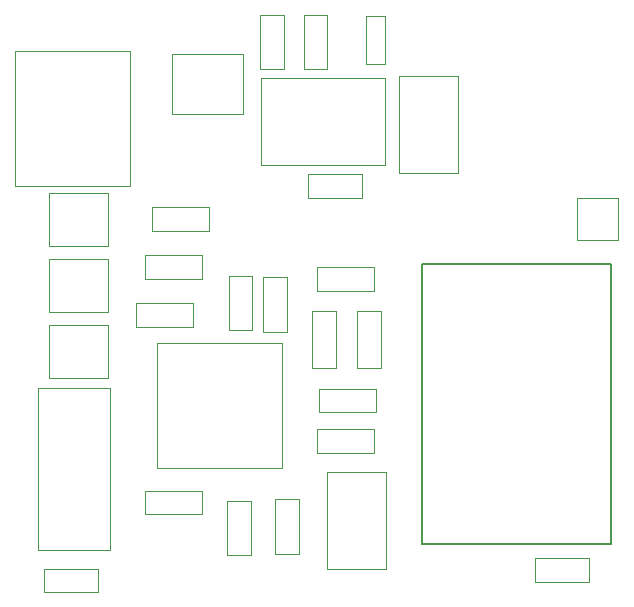
<source format=gbr>
G04 #@! TF.FileFunction,Other,User*
%FSLAX46Y46*%
G04 Gerber Fmt 4.6, Leading zero omitted, Abs format (unit mm)*
G04 Created by KiCad (PCBNEW 4.1.0-alpha+201606081201+6904~45~ubuntu14.04.1-product) date Tue Jun 14 12:01:43 2016*
%MOMM*%
%LPD*%
G01*
G04 APERTURE LIST*
%ADD10C,0.100000*%
%ADD11C,0.050000*%
%ADD12C,0.150000*%
G04 APERTURE END LIST*
D10*
D11*
X130699000Y-56021000D02*
X130699000Y-51421000D01*
X132699000Y-56021000D02*
X132699000Y-51421000D01*
X130699000Y-56021000D02*
X132699000Y-56021000D01*
X130699000Y-51421000D02*
X132699000Y-51421000D01*
X134733000Y-64913000D02*
X139333000Y-64913000D01*
X134733000Y-66913000D02*
X139333000Y-66913000D01*
X134733000Y-64913000D02*
X134733000Y-66913000D01*
X139333000Y-64913000D02*
X139333000Y-66913000D01*
X109958000Y-54498000D02*
X119658000Y-54498000D01*
X119658000Y-54498000D02*
X119658000Y-65898000D01*
X119658000Y-65898000D02*
X109958000Y-65898000D01*
X109958000Y-65898000D02*
X109958000Y-54498000D01*
X142407000Y-56706000D02*
X142407000Y-56606000D01*
X143107000Y-64806000D02*
X142407000Y-64806000D01*
X142407000Y-64806000D02*
X142407000Y-64706000D01*
X147407000Y-63406000D02*
X147407000Y-64806000D01*
X147407000Y-64806000D02*
X146907000Y-64806000D01*
X147407000Y-56606000D02*
X147407000Y-63406000D01*
X146907000Y-64806000D02*
X143107000Y-64806000D01*
X142407000Y-56706000D02*
X142407000Y-64706000D01*
X147407000Y-56606000D02*
X142407000Y-56606000D01*
X133969000Y-92442000D02*
X133969000Y-97042000D01*
X131969000Y-92442000D02*
X131969000Y-97042000D01*
X133969000Y-92442000D02*
X131969000Y-92442000D01*
X133969000Y-97042000D02*
X131969000Y-97042000D01*
X132953000Y-73646000D02*
X132953000Y-78246000D01*
X130953000Y-73646000D02*
X130953000Y-78246000D01*
X132953000Y-73646000D02*
X130953000Y-73646000D01*
X132953000Y-78246000D02*
X130953000Y-78246000D01*
X127905000Y-97169000D02*
X127905000Y-92569000D01*
X129905000Y-97169000D02*
X129905000Y-92569000D01*
X127905000Y-97169000D02*
X129905000Y-97169000D01*
X127905000Y-92569000D02*
X129905000Y-92569000D01*
X130032000Y-73519000D02*
X130032000Y-78119000D01*
X128032000Y-73519000D02*
X128032000Y-78119000D01*
X130032000Y-73519000D02*
X128032000Y-73519000D01*
X130032000Y-78119000D02*
X128032000Y-78119000D01*
X112381000Y-98314000D02*
X116981000Y-98314000D01*
X112381000Y-100314000D02*
X116981000Y-100314000D01*
X112381000Y-98314000D02*
X112381000Y-100314000D01*
X116981000Y-98314000D02*
X116981000Y-100314000D01*
X158510000Y-99425000D02*
X153910000Y-99425000D01*
X158510000Y-97425000D02*
X153910000Y-97425000D01*
X158510000Y-99425000D02*
X158510000Y-97425000D01*
X153910000Y-99425000D02*
X153910000Y-97425000D01*
X117955000Y-96746000D02*
X117955000Y-83046000D01*
X111905000Y-96746000D02*
X111905000Y-83046000D01*
X117955000Y-96746000D02*
X111905000Y-96746000D01*
X117955000Y-83046000D02*
X111905000Y-83046000D01*
X121935981Y-89784095D02*
X132535981Y-89784095D01*
X121935981Y-79184095D02*
X132535981Y-79184095D01*
X121935981Y-89784095D02*
X121935981Y-79184095D01*
X132535981Y-89784095D02*
X132535981Y-79184095D01*
X161008000Y-66957000D02*
X157508000Y-66957000D01*
X161008000Y-70457000D02*
X157508000Y-70457000D01*
X161008000Y-66957000D02*
X161008000Y-70457000D01*
X157508000Y-66957000D02*
X157508000Y-70457000D01*
X125717000Y-93710000D02*
X120917000Y-93710000D01*
X125717000Y-91710000D02*
X120917000Y-91710000D01*
X125717000Y-93710000D02*
X125717000Y-91710000D01*
X120917000Y-93710000D02*
X120917000Y-91710000D01*
X137093800Y-76507674D02*
X137093800Y-81307674D01*
X135093800Y-76507674D02*
X135093800Y-81307674D01*
X137093800Y-76507674D02*
X135093800Y-76507674D01*
X137093800Y-81307674D02*
X135093800Y-81307674D01*
X140322000Y-74787000D02*
X135522000Y-74787000D01*
X140322000Y-72787000D02*
X135522000Y-72787000D01*
X140322000Y-74787000D02*
X140322000Y-72787000D01*
X135522000Y-74787000D02*
X135522000Y-72787000D01*
X140449000Y-85074000D02*
X135649000Y-85074000D01*
X140449000Y-83074000D02*
X135649000Y-83074000D01*
X140449000Y-85074000D02*
X140449000Y-83074000D01*
X135649000Y-85074000D02*
X135649000Y-83074000D01*
X138903800Y-81307674D02*
X138903800Y-76507674D01*
X140903800Y-81307674D02*
X140903800Y-76507674D01*
X138903800Y-81307674D02*
X140903800Y-81307674D01*
X138903800Y-76507674D02*
X140903800Y-76507674D01*
X135522000Y-86503000D02*
X140322000Y-86503000D01*
X135522000Y-88503000D02*
X140322000Y-88503000D01*
X135522000Y-86503000D02*
X135522000Y-88503000D01*
X140322000Y-86503000D02*
X140322000Y-88503000D01*
D12*
X160384000Y-96237000D02*
X160384000Y-72537000D01*
X144384000Y-72537000D02*
X160384000Y-72537000D01*
X144384000Y-96237000D02*
X160384000Y-96237000D01*
X144384000Y-96237000D02*
X144384000Y-72537000D01*
D11*
X130767000Y-64152000D02*
X141267000Y-64152000D01*
X130767000Y-56752000D02*
X141267000Y-56752000D01*
X130767000Y-64152000D02*
X130767000Y-56752000D01*
X141267000Y-64152000D02*
X141267000Y-56752000D01*
X136311000Y-90234000D02*
X136311000Y-90134000D01*
X137011000Y-98334000D02*
X136311000Y-98334000D01*
X136311000Y-98334000D02*
X136311000Y-98234000D01*
X141311000Y-96934000D02*
X141311000Y-98334000D01*
X141311000Y-98334000D02*
X140811000Y-98334000D01*
X141311000Y-90134000D02*
X141311000Y-96934000D01*
X140811000Y-98334000D02*
X137011000Y-98334000D01*
X136311000Y-90234000D02*
X136311000Y-98234000D01*
X141311000Y-90134000D02*
X136311000Y-90134000D01*
X117786000Y-66534000D02*
X112786000Y-66534000D01*
X112786000Y-66534000D02*
X112786000Y-71034000D01*
X112786000Y-71034000D02*
X117786000Y-71034000D01*
X117786000Y-71034000D02*
X117786000Y-66534000D01*
X117786000Y-72122000D02*
X112786000Y-72122000D01*
X112786000Y-72122000D02*
X112786000Y-76622000D01*
X112786000Y-76622000D02*
X117786000Y-76622000D01*
X117786000Y-76622000D02*
X117786000Y-72122000D01*
X117786000Y-77710000D02*
X112786000Y-77710000D01*
X112786000Y-77710000D02*
X112786000Y-82210000D01*
X112786000Y-82210000D02*
X117786000Y-82210000D01*
X117786000Y-82210000D02*
X117786000Y-77710000D01*
X121552000Y-67707000D02*
X126352000Y-67707000D01*
X121552000Y-69707000D02*
X126352000Y-69707000D01*
X121552000Y-67707000D02*
X121552000Y-69707000D01*
X126352000Y-67707000D02*
X126352000Y-69707000D01*
X120917000Y-71771000D02*
X125717000Y-71771000D01*
X120917000Y-73771000D02*
X125717000Y-73771000D01*
X120917000Y-71771000D02*
X120917000Y-73771000D01*
X125717000Y-71771000D02*
X125717000Y-73771000D01*
X120155000Y-75835000D02*
X124955000Y-75835000D01*
X120155000Y-77835000D02*
X124955000Y-77835000D01*
X120155000Y-75835000D02*
X120155000Y-77835000D01*
X124955000Y-75835000D02*
X124955000Y-77835000D01*
X123243000Y-54737000D02*
X129233000Y-54737000D01*
X129233000Y-54737000D02*
X129233000Y-59817000D01*
X129233000Y-59817000D02*
X123243000Y-59817000D01*
X123243000Y-59817000D02*
X123243000Y-54737000D01*
X136382000Y-51421000D02*
X136382000Y-56021000D01*
X134382000Y-51421000D02*
X134382000Y-56021000D01*
X136382000Y-51421000D02*
X134382000Y-51421000D01*
X136382000Y-56021000D02*
X134382000Y-56021000D01*
X141262000Y-51551000D02*
X141262000Y-55551000D01*
X139662000Y-51551000D02*
X139662000Y-55551000D01*
X141262000Y-51551000D02*
X139662000Y-51551000D01*
X141262000Y-55551000D02*
X139662000Y-55551000D01*
M02*

</source>
